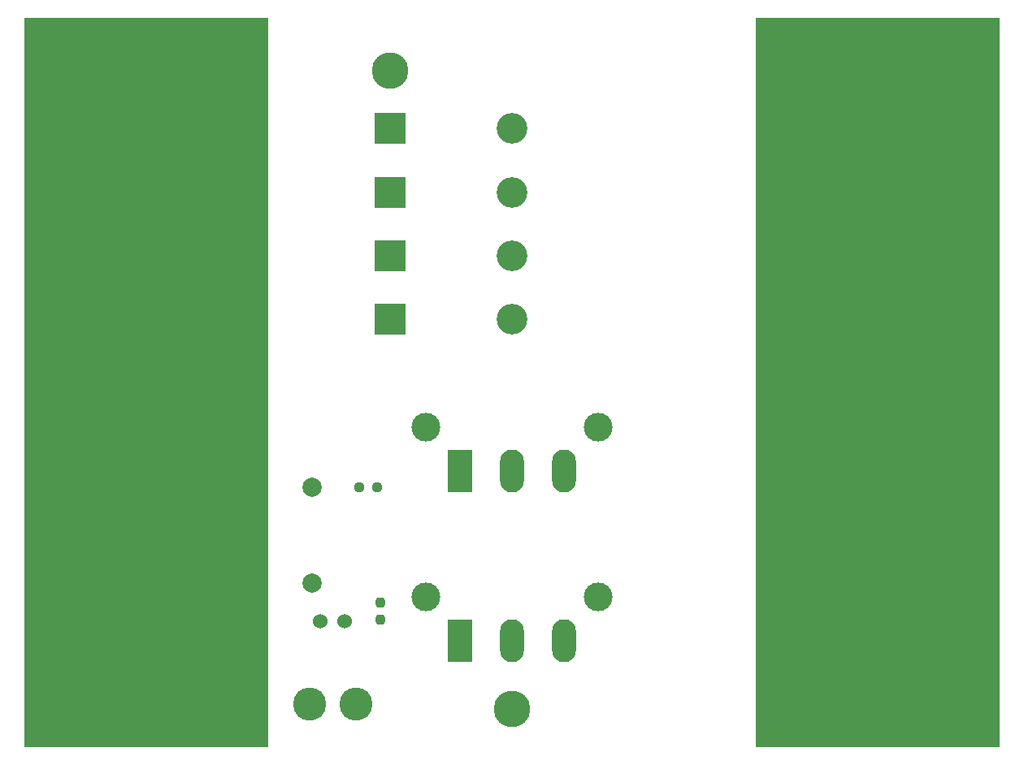
<source format=gts>
G04 #@! TF.GenerationSoftware,KiCad,Pcbnew,7.0.5*
G04 #@! TF.CreationDate,2024-02-22T21:47:11-06:00*
G04 #@! TF.ProjectId,CoilFiringBoard_Hardware,436f696c-4669-4726-996e-67426f617264,rev?*
G04 #@! TF.SameCoordinates,Original*
G04 #@! TF.FileFunction,Soldermask,Top*
G04 #@! TF.FilePolarity,Negative*
%FSLAX46Y46*%
G04 Gerber Fmt 4.6, Leading zero omitted, Abs format (unit mm)*
G04 Created by KiCad (PCBNEW 7.0.5) date 2024-02-22 21:47:11*
%MOMM*%
%LPD*%
G01*
G04 APERTURE LIST*
G04 Aperture macros list*
%AMRoundRect*
0 Rectangle with rounded corners*
0 $1 Rounding radius*
0 $2 $3 $4 $5 $6 $7 $8 $9 X,Y pos of 4 corners*
0 Add a 4 corners polygon primitive as box body*
4,1,4,$2,$3,$4,$5,$6,$7,$8,$9,$2,$3,0*
0 Add four circle primitives for the rounded corners*
1,1,$1+$1,$2,$3*
1,1,$1+$1,$4,$5*
1,1,$1+$1,$6,$7*
1,1,$1+$1,$8,$9*
0 Add four rect primitives between the rounded corners*
20,1,$1+$1,$2,$3,$4,$5,0*
20,1,$1+$1,$4,$5,$6,$7,0*
20,1,$1+$1,$6,$7,$8,$9,0*
20,1,$1+$1,$8,$9,$2,$3,0*%
G04 Aperture macros list end*
%ADD10C,3.000000*%
%ADD11R,25.400000X38.100000*%
%ADD12C,2.000000*%
%ADD13R,3.200000X3.200000*%
%ADD14O,3.200000X3.200000*%
%ADD15C,3.450000*%
%ADD16C,1.524000*%
%ADD17C,3.800000*%
%ADD18RoundRect,0.237500X0.237500X-0.250000X0.237500X0.250000X-0.237500X0.250000X-0.237500X-0.250000X0*%
%ADD19R,2.500000X4.500000*%
%ADD20O,2.500000X4.500000*%
%ADD21RoundRect,0.237500X0.250000X0.237500X-0.250000X0.237500X-0.250000X-0.237500X0.250000X-0.237500X0*%
G04 APERTURE END LIST*
D10*
X105300000Y-81356200D03*
X123300000Y-81356200D03*
D11*
X76200000Y-95662750D03*
D12*
X93472000Y-87630000D03*
X93472000Y-97630000D03*
D13*
X101600000Y-50254000D03*
D14*
X114300000Y-50254000D03*
D15*
X98044000Y-110236000D03*
X93216000Y-110232000D03*
D16*
X96899000Y-101596000D03*
X94359000Y-101596000D03*
D13*
X101600000Y-63500000D03*
D14*
X114300000Y-63500000D03*
D17*
X101600000Y-44196000D03*
D11*
X152400000Y-57753250D03*
D13*
X101600000Y-56896000D03*
D14*
X114300000Y-56896000D03*
D18*
X100584000Y-101496500D03*
X100584000Y-99671500D03*
D19*
X108850000Y-103632000D03*
D20*
X114300000Y-103632000D03*
X119750000Y-103632000D03*
D11*
X76200000Y-57753250D03*
D17*
X114300000Y-110744000D03*
D21*
X100226500Y-87630000D03*
X98401500Y-87630000D03*
D10*
X105300000Y-99060000D03*
X123300000Y-99060000D03*
D13*
X101600000Y-70104000D03*
D14*
X114300000Y-70104000D03*
D11*
X152400000Y-95662750D03*
D19*
X108850000Y-85935000D03*
D20*
X114300000Y-85935000D03*
X119750000Y-85935000D03*
M02*

</source>
